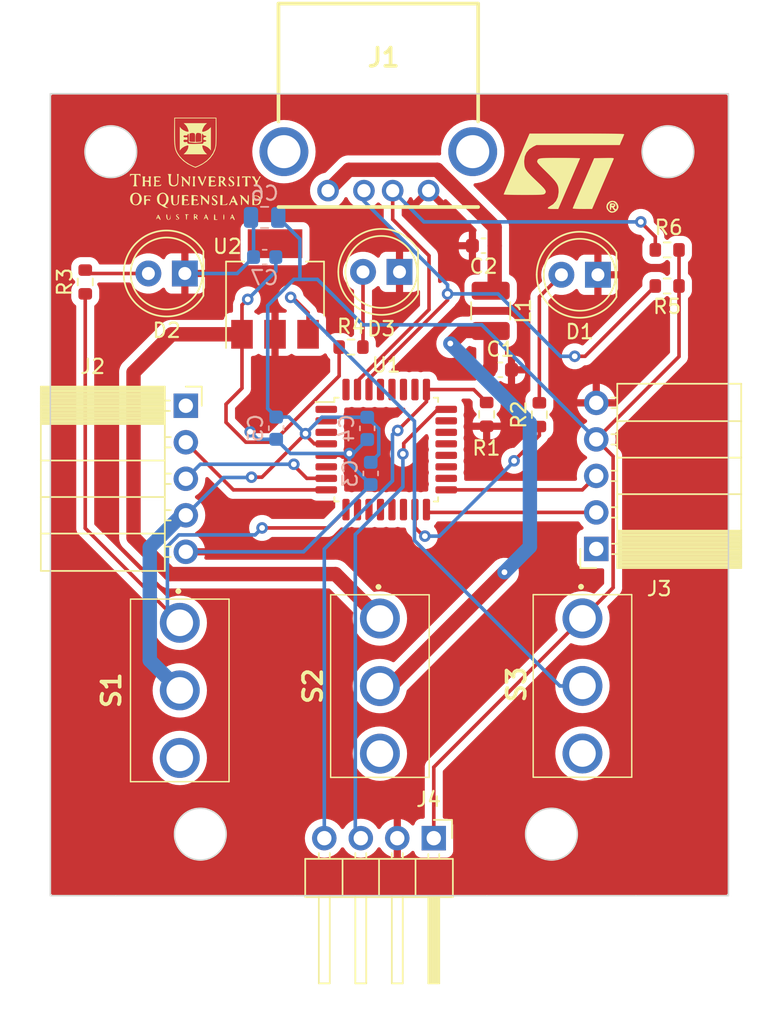
<source format=kicad_pcb>
(kicad_pcb (version 20221018) (generator pcbnew)
  (layers (0 "F.Cu" signal) (31 "B.Cu" signal) (34 "B.Paste" user) (35 "F.Paste" user) (36 "B.SilkS" user "B.Silkscreen") (37 "F.SilkS" user "F.Silkscreen") (38 "B.Mask" user) (39 "F.Mask" user) (44 "Edge.Cuts" user))
  (net 0 "")
  (net 1 "SWCLK{slash}BOOT0")
  (net 2 "GND")
  (net 3 "Net-(U1-PB0)")
  (net 4 "Net-(D1-A)")
  (net 5 "PUMP ON")
  (net 6 "Net-(D2-A)")
  (net 7 "Net-(U2-IN)")
  (net 8 "Net-(D3-A)")
  (net 9 "Net-(U2-OUT)")
  (net 13 "3V3")
  (net 15 "LEFT_POS_X")
  (net 16 "LEFT_POS_Y")
  (net 17 "RIGHT_POS_X")
  (net 18 "RIGHT_POS_Y")
  (net 30 "SWDIO")
  (net 35 "I2C_SCL")
  (net 36 "I2C_SDA")
  (net 38 "Vbus")
  (net 39 "+5V")
  (footprint "100SP1T1B4M2QE:100SP1T1B4M2QE" (layer "F.Cu") (at 150.76 91.99 -90)
    (fp_text reference "S1" (at -0.01 4.76 90) (layer "F.SilkS") (effects (font (size 1.27 1.27) (thickness 0.254))))
    (fp_text value "100SP1T1B4M2QE" hide)
    (pad "1" thru_hole circle (at -4.7 0 270) (size 2.775 2.775) (drill 1.85) (layers "*.Cu" "*.Mask") (net 5 "PUMP ON"))
    (pad "2" thru_hole circle (at 0 0 270) (size 2.775 2.775) (drill 1.85) (layers "*.Cu" "*.Mask") (net 13 "3V3"))
    (pad "3" thru_hole circle (at 4.7 0 270) (size 2.775 2.775) (drill 1.85) (layers "*.Cu" "*.Mask"))
  )
  (footprint "Package_TO_SOT_SMD:SOT-223" (layer "F.Cu") (at 157.39 64.07 90)
    (fp_text reference "U2" (at 2.96 -3.32 180) (layer "F.SilkS"))
    (fp_text value "R-78E5.0-1.0")
    (pad "1" smd rect (at -3.15 -2.3 90) (size 2 1.5) (layers "F.Cu" "F.Paste" "F.Mask") (net 7 "Net-(U2-IN)"))
    (pad "2" smd rect (at -3.15 0 90) (size 2 1.5) (layers "F.Cu" "F.Paste" "F.Mask") (net 2 "GND"))
    (pad "3" smd rect (at -3.15 2.3 90) (size 2 1.5) (layers "F.Cu" "F.Paste" "F.Mask") (net 9 "Net-(U2-OUT)"))
    (pad "4" smd rect (at 3.15 0 90) (size 2 3.8) (layers "F.Cu" "F.Paste" "F.Mask"))
  )
  (footprint "LED_THT:LED_D5.0mm" (layer "F.Cu") (at 151.115 62.99 180)
    (fp_text reference "D2" (at 1.27 -3.96) (layer "F.SilkS"))
    (fp_text value "PUMP ON")
    (pad "1" thru_hole rect (at 0 0 180) (size 1.8 1.8) (drill 0.9) (layers "*.Cu" "*.Mask") (net 2 "GND"))
    (pad "2" thru_hole circle (at 2.54 0 180) (size 1.8 1.8) (drill 0.9) (layers "*.Cu" "*.Mask") (net 6 "Net-(D2-A)"))
  )
  (footprint "Capacitor_SMD:C_0603_1608Metric" (layer "F.Cu") (at 171.905 61.06 180)
    (fp_text reference "C2" (at 0 -1.43) (layer "F.SilkS"))
    (fp_text value "100nF")
    (pad "1" smd roundrect (at -0.775 0 180) (size 0.9 0.95) (layers "F.Cu" "F.Paste" "F.Mask") (net 38 "Vbus"))
    (pad "2" smd roundrect (at 0.775 0 180) (size 0.9 0.95) (layers "F.Cu" "F.Paste" "F.Mask") (net 2 "GND"))
  )
  (footprint "Inductor_SMD:L_1210_3225Metric" (layer "F.Cu") (at 172.4 65.59 -90)
    (fp_text reference "L1" (at 0 -2.28 90) (layer "F.SilkS"))
    (fp_text value "100uH")
    (pad "1" smd roundrect (at -1.4 0 270) (size 1.25 2.65) (layers "F.Cu" "F.Paste" "F.Mask") (roundrect_rratio 0.2) (net 38 "Vbus"))
    (pad "2" smd roundrect (at 1.4 0 270) (size 1.25 2.65) (layers "F.Cu" "F.Paste" "F.Mask") (roundrect_rratio 0.2) (net 39 "+5V"))
  )
  (footprint "LOGO" (layer "F.Cu") (at 151.86 55.7)
    (fp_text reference "G***" hide)
    (fp_text value "LOGO" hide)
  )
  (footprint "61400416021:USB-2.0-TYPE-A" (layer "F.Cu") (at 164.58 44.2165 180)
    (fp_text reference "J1" (at -0.369 -3.754) (layer "F.SilkS") (effects (font (size 1.27 1.27) (thickness 0.254))))
    (fp_text value "USB_A" hide)
    (pad "1" thru_hole circle (at -3.5 -13.01 180) (size 1.5 1.5) (drill 0.92) (layers "*.Cu" "*.Mask") (net 2 "GND"))
    (pad "2" thru_hole circle (at -1 -13.01 180) (size 1.5 1.5) (drill 0.92) (layers "*.Cu" "*.Mask") (net 36 "I2C_SDA"))
    (pad "3" thru_hole circle (at 1 -13.01 180) (size 1.5 1.5) (drill 0.92) (layers "*.Cu" "*.Mask") (net 35 "I2C_SCL"))
    (pad "4" thru_hole circle (at 3.5 -13.01 180) (size 1.5 1.5) (drill 0.92) (layers "*.Cu" "*.Mask") (net 38 "Vbus"))
    (pad "5" thru_hole circle (at -6.57 -10.3 180) (size 3.4 3.4) (drill 2.3) (layers "*.Cu" "*.Mask"))
    (pad "6" thru_hole circle (at 6.57 -10.3 180) (size 3.4 3.4) (drill 2.3) (layers "*.Cu" "*.Mask"))
  )
  (footprint "LED_THT:LED_D5.0mm" (layer "F.Cu") (at 179.865 63.08 180)
    (fp_text reference "D1" (at 1.27 -3.96) (layer "F.SilkS"))
    (fp_text value "uC ON")
    (pad "1" thru_hole rect (at 0 0 180) (size 1.8 1.8) (drill 0.9) (layers "*.Cu" "*.Mask") (net 2 "GND"))
    (pad "2" thru_hole circle (at 2.54 0 180) (size 1.8 1.8) (drill 0.9) (layers "*.Cu" "*.Mask") (net 4 "Net-(D1-A)"))
  )
  (footprint "Resistor_SMD:R_0603_1608Metric" (layer "F.Cu") (at 144.18 63.58 90)
    (fp_text reference "R3" (at 0 -1.43 90) (layer "F.SilkS"))
    (fp_text value "200")
    (pad "1" smd roundrect (at -0.825 0 90) (size 0.8 0.95) (layers "F.Cu" "F.Paste" "F.Mask") (net 5 "PUMP ON"))
    (pad "2" smd roundrect (at 0.825 0 90) (size 0.8 0.95) (layers "F.Cu" "F.Paste" "F.Mask") (net 6 "Net-(D2-A)"))
  )
  (footprint "Resistor_SMD:R_0603_1608Metric" (layer "F.Cu") (at 172.12 72.79 -90)
    (fp_text reference "R1" (at 2.35 0.02 -180) (layer "F.SilkS"))
    (fp_text value "10k")
    (pad "1" smd roundrect (at -0.825 0 270) (size 0.8 0.95) (layers "F.Cu" "F.Paste" "F.Mask") (net 1 "SWCLK{slash}BOOT0"))
    (pad "2" smd roundrect (at 0.825 0 270) (size 0.8 0.95) (layers "F.Cu" "F.Paste" "F.Mask") (net 2 "GND"))
  )
  (footprint "Package_QFP:LQFP-32_7x7mm_P0.8mm" (layer "F.Cu") (at 165.13 75.24)
    (fp_text reference "U1" (at 0 -5.88) (layer "F.SilkS"))
    (fp_text value "STM32G030K6Tx")
    (pad "1" smd roundrect (at -4.175 -2.8) (size 1.5 0.5) (layers "F.Cu" "F.Paste" "F.Mask"))
    (pad "2" smd roundrect (at -4.175 -2) (size 1.5 0.5) (layers "F.Cu" "F.Paste" "F.Mask"))
    (pad "3" smd roundrect (at -4.175 -1.2) (size 1.5 0.5) (layers "F.Cu" "F.Paste" "F.Mask"))
    (pad "4" smd roundrect (at -4.175 -0.4) (size 1.5 0.5) (layers "F.Cu" "F.Paste" "F.Mask") (net 13 "3V3"))
    (pad "5" smd roundrect (at -4.175 0.4) (size 1.5 0.5) (layers "F.Cu" "F.Paste" "F.Mask") (net 2 "GND"))
    (pad "6" smd roundrect (at -4.175 1.2) (size 1.5 0.5) (layers "F.Cu" "F.Paste" "F.Mask"))
    (pad "7" smd roundrect (at -4.175 2) (size 1.5 0.5) (layers "F.Cu" "F.Paste" "F.Mask") (net 15 "LEFT_POS_X"))
    (pad "8" smd roundrect (at -4.175 2.8) (size 1.5 0.5) (layers "F.Cu" "F.Paste" "F.Mask") (net 16 "LEFT_POS_Y"))
    (pad "9" smd roundrect (at -2.8 4.175) (size 0.5 1.5) (layers "F.Cu" "F.Paste" "F.Mask") (net 5 "PUMP ON"))
    (pad "10" smd roundrect (at -2 4.175) (size 0.5 1.5) (layers "F.Cu" "F.Paste" "F.Mask"))
    (pad "11" smd roundrect (at -1.2 4.175) (size 0.5 1.5) (layers "F.Cu" "F.Paste" "F.Mask"))
    (pad "12" smd roundrect (at -0.4 4.175) (size 0.5 1.5) (layers "F.Cu" "F.Paste" "F.Mask"))
    (pad "13" smd roundrect (at 0.4 4.175) (size 0.5 1.5) (layers "F.Cu" "F.Paste" "F.Mask"))
    (pad "14" smd roundrect (at 1.2 4.175) (size 0.5 1.5) (layers "F.Cu" "F.Paste" "F.Mask"))
    (pad "15" smd roundrect (at 2 4.175) (size 0.5 1.5) (layers "F.Cu" "F.Paste" "F.Mask") (net 3 "Net-(U1-PB0)"))
    (pad "16" smd roundrect (at 2.8 4.175) (size 0.5 1.5) (layers "F.Cu" "F.Paste" "F.Mask") (net 18 "RIGHT_POS_Y"))
    (pad "17" smd roundrect (at 4.175 2.8) (size 1.5 0.5) (layers "F.Cu" "F.Paste" "F.Mask") (net 17 "RIGHT_POS_X"))
    (pad "18" smd roundrect (at 4.175 2) (size 1.5 0.5) (layers "F.Cu" "F.Paste" "F.Mask"))
    (pad "19" smd roundrect (at 4.175 1.2) (size 1.5 0.5) (layers "F.Cu" "F.Paste" "F.Mask"))
    (pad "20" smd roundrect (at 4.175 0.4) (size 1.5 0.5) (layers "F.Cu" "F.Paste" "F.Mask"))
    (pad "21" smd roundrect (at 4.175 -0.4) (size 1.5 0.5) (layers "F.Cu" "F.Paste" "F.Mask"))
    (pad "22" smd roundrect (at 4.175 -1.2) (size 1.5 0.5) (layers "F.Cu" "F.Paste" "F.Mask"))
    (pad "23" smd roundrect (at 4.175 -2) (size 1.5 0.5) (layers "F.Cu" "F.Paste" "F.Mask"))
    (pad "24" smd roundrect (at 4.175 -2.8) (size 1.5 0.5) (layers "F.Cu" "F.Paste" "F.Mask") (net 30 "SWDIO"))
    (pad "25" smd roundrect (at 2.8 -4.175) (size 0.5 1.5) (layers "F.Cu" "F.Paste" "F.Mask") (net 1 "SWCLK{slash}BOOT0"))
    (pad "26" smd roundrect (at 2 -4.175) (size 0.5 1.5) (layers "F.Cu" "F.Paste" "F.Mask"))
    (pad "27" smd roundrect (at 1.2 -4.175) (size 0.5 1.5) (layers "F.Cu" "F.Paste" "F.Mask"))
    (pad "28" smd roundrect (at 0.4 -4.175) (size 0.5 1.5) (layers "F.Cu" "F.Paste" "F.Mask"))
    (pad "29" smd roundrect (at -0.4 -4.175) (size 0.5 1.5) (layers "F.Cu" "F.Paste" "F.Mask"))
    (pad "30" smd roundrect (at -1.2 -4.175) (size 0.5 1.5) (layers "F.Cu" "F.Paste" "F.Mask") (net 35 "I2C_SCL"))
    (pad "31" smd roundrect (at -2 -4.175) (size 0.5 1.5) (layers "F.Cu" "F.Paste" "F.Mask") (net 36 "I2C_SDA"))
    (pad "32" smd roundrect (at -2.8 -4.175) (size 0.5 1.5) (layers "F.Cu" "F.Paste" "F.Mask"))
  )
  (footprint "Resistor_SMD:R_0603_1608Metric" (layer "F.Cu") (at 184.685 61.35 180)
    (fp_text reference "R6" (at -0.105 1.56) (layer "F.SilkS"))
    (fp_text value "10k")
    (pad "1" smd roundrect (at -0.825 0 180) (size 0.8 0.95) (layers "F.Cu" "F.Paste" "F.Mask") (net 13 "3V3"))
    (pad "2" smd roundrect (at 0.825 0 180) (size 0.8 0.95) (layers "F.Cu" "F.Paste" "F.Mask") (net 36 "I2C_SDA"))
  )
  (footprint "100SP1T1B4M2QE:100SP1T1B4M2QE" (layer "F.Cu") (at 178.79 91.68 -90)
    (fp_text reference "S3" (at -0.1 4.59 90) (layer "F.SilkS") (effects (font (size 1.27 1.27) (thickness 0.254))))
    (fp_text value "100SP1T1B4M2QE" hide)
    (pad "1" thru_hole circle (at -4.7 0 270) (size 2.775 2.775) (drill 1.85) (layers "*.Cu" "*.Mask") (net 13 "3V3"))
    (pad "2" thru_hole circle (at 0 0 270) (size 2.775 2.775) (drill 1.85) (layers "*.Cu" "*.Mask") (net 9 "Net-(U2-OUT)"))
    (pad "3" thru_hole circle (at 4.7 0 270) (size 2.775 2.775) (drill 1.85) (layers "*.Cu" "*.Mask"))
  )
  (footprint "Capacitor_SMD:C_0603_1608Metric" (layer "F.Cu") (at 173.075 69.69)
    (fp_text reference "C1" (at 0 -1.43) (layer "F.SilkS"))
    (fp_text value "100nF")
    (pad "1" smd roundrect (at -0.775 0) (size 0.9 0.95) (layers "F.Cu" "F.Paste" "F.Mask") (net 39 "+5V"))
    (pad "2" smd roundrect (at 0.775 0) (size 0.9 0.95) (layers "F.Cu" "F.Paste" "F.Mask") (net 2 "GND"))
  )
  (footprint "Connector_PinSocket_2.54mm:PinSocket_1x05_P2.54mm_Horizontal" (layer "F.Cu") (at 179.75 82.15 180)
    (fp_text reference "J3" (at -4.38 -2.77) (layer "F.SilkS"))
    (fp_text value "Screw_Terminal_01x05")
    (pad "1" thru_hole rect (at 0 0 180) (size 1.7 1.7) (drill 1) (layers "*.Cu" "*.Mask"))
    (pad "2" thru_hole oval (at 0 2.54 180) (size 1.7 1.7) (drill 1) (layers "*.Cu" "*.Mask") (net 18 "RIGHT_POS_Y"))
    (pad "3" thru_hole oval (at 0 5.08 180) (size 1.7 1.7) (drill 1) (layers "*.Cu" "*.Mask") (net 17 "RIGHT_POS_X"))
    (pad "4" thru_hole oval (at 0 7.62 180) (size 1.7 1.7) (drill 1) (layers "*.Cu" "*.Mask") (net 13 "3V3"))
    (pad "5" thru_hole oval (at 0 10.16 180) (size 1.7 1.7) (drill 1) (layers "*.Cu" "*.Mask") (net 2 "GND"))
  )
  (footprint "Resistor_SMD:R_0603_1608Metric" (layer "F.Cu") (at 162.68 68.11)
    (fp_text reference "R4" (at 0 -1.43) (layer "F.SilkS"))
    (fp_text value "200")
    (pad "1" smd roundrect (at -0.825 0) (size 0.8 0.95) (layers "F.Cu" "F.Paste" "F.Mask") (net 7 "Net-(U2-IN)"))
    (pad "2" smd roundrect (at 0.825 0) (size 0.8 0.95) (layers "F.Cu" "F.Paste" "F.Mask") (net 8 "Net-(D3-A)"))
  )
  (footprint "100SP1T1B4M2QE:100SP1T1B4M2QE" (layer "F.Cu") (at 164.69 91.69 -90)
    (fp_text reference "S2" (at 0 4.66 90) (layer "F.SilkS") (effects (font (size 1.27 1.27) (thickness 0.254))))
    (fp_text value "100SP1T1B4M2QE" hide)
    (pad "1" thru_hole circle (at -4.7 0 270) (size 2.775 2.775) (drill 1.85) (layers "*.Cu" "*.Mask") (net 7 "Net-(U2-IN)"))
    (pad "2" thru_hole circle (at 0 0 270) (size 2.775 2.775) (drill 1.85) (layers "*.Cu" "*.Mask") (net 39 "+5V"))
    (pad "3" thru_hole circle (at 4.7 0 270) (size 2.775 2.775) (drill 1.85) (layers "*.Cu" "*.Mask"))
  )
  (footprint "LED_THT:LED_D5.0mm" (layer "F.Cu") (at 166.055 62.88 180)
    (fp_text reference "D3" (at 1.27 -3.96) (layer "F.SilkS"))
    (fp_text value "Controller on")
    (pad "1" thru_hole rect (at 0 0 180) (size 1.8 1.8) (drill 0.9) (layers "*.Cu" "*.Mask") (net 2 "GND"))
    (pad "2" thru_hole circle (at 2.54 0 180) (size 1.8 1.8) (drill 0.9) (layers "*.Cu" "*.Mask") (net 8 "Net-(D3-A)"))
  )
  (footprint "Connector_PinHeader_2.54mm:PinHeader_1x04_P2.54mm_Horizontal" (layer "F.Cu") (at 168.44 102.27 -90)
    (fp_text reference "J4" (at -2.695 0.36 -180) (layer "F.SilkS"))
    (fp_text value "Screw_Terminal_01x04")
    (pad "1" thru_hole rect (at 0 0 270) (size 1.7 1.7) (drill 1) (layers "*.Cu" "*.Mask") (net 13 "3V3"))
    (pad "2" thru_hole oval (at 0 2.54 270) (size 1.7 1.7) (drill 1) (layers "*.Cu" "*.Mask") (net 2 "GND"))
    (pad "3" thru_hole oval (at 0 5.08 270) (size 1.7 1.7) (drill 1) (layers "*.Cu" "*.Mask") (net 30 "SWDIO"))
    (pad "4" thru_hole oval (at 0 7.62 270) (size 1.7 1.7) (drill 1) (layers "*.Cu" "*.Mask") (net 1 "SWCLK{slash}BOOT0"))
  )
  (footprint "Resistor_SMD:R_0603_1608Metric" (layer "F.Cu") (at 175.79 72.81 90)
    (fp_text reference "R2" (at 0 -1.43 90) (layer "F.SilkS"))
    (fp_text value "120")
    (pad "1" smd roundrect (at -0.825 0 90) (size 0.8 0.95) (layers "F.Cu" "F.Paste" "F.Mask") (net 3 "Net-(U1-PB0)"))
    (pad "2" smd roundrect (at 0.825 0 90) (size 0.8 0.95) (layers "F.Cu" "F.Paste" "F.Mask") (net 4 "Net-(D1-A)"))
  )
  (footprint "Connector_PinSocket_2.54mm:PinSocket_1x05_P2.54mm_Horizontal" (layer "F.Cu") (at 151.18 72.19)
    (fp_text reference "J2" (at -6.48 -2.73) (layer "F.SilkS"))
    (fp_text value "Screw_Terminal_01x05")
    (pad "1" thru_hole rect (at 0 0) (size 1.7 1.7) (drill 1) (layers "*.Cu" "*.Mask"))
    (pad "2" thru_hole oval (at 0 2.54) (size 1.7 1.7) (drill 1) (layers "*.Cu" "*.Mask") (net 16 "LEFT_POS_Y"))
    (pad "3" thru_hole oval (at 0 5.08) (size 1.7 1.7) (drill 1) (layers "*.Cu" "*.Mask") (net 15 "LEFT_POS_X"))
    (pad "4" thru_hole oval (at 0 7.62) (size 1.7 1.7) (drill 1) (layers "*.Cu" "*.Mask") (net 13 "3V3"))
    (pad "5" thru_hole oval (at 0 10.16) (size 1.7 1.7) (drill 1) (layers "*.Cu" "*.Mask") (net 2 "GND"))
  )
  (footprint "Resistor_SMD:R_0603_1608Metric" (layer "F.Cu") (at 184.685 63.86 180)
    (fp_text reference "R5" (at 0 -1.43) (layer "F.SilkS"))
    (fp_text value "10k")
    (pad "1" smd roundrect (at -0.825 0 180) (size 0.8 0.95) (layers "F.Cu" "F.Paste" "F.Mask") (net 13 "3V3"))
    (pad "2" smd roundrect (at 0.825 0 180) (size 0.8 0.95) (layers "F.Cu" "F.Paste" "F.Mask") (net 35 "I2C_SCL"))
  )
  (footprint "LOGO" (layer "F.Cu") (at 177.484018 55.880501)
    (fp_text reference "G***" hide)
    (fp_text value "LOGO" hide)
  )
  (footprint "Capacitor_SMD:C_0603_1608Metric" (layer "B.Cu") (at 156.67 61.85 180)
    (fp_text reference "C7" (at 0.02 -1.44) (layer "B.SilkS") (effects (justify mirror)))
    (fp_text value "0.47uF")
    (pad "1" smd roundrect (at -0.775 0 180) (size 0.9 0.95) (layers "B.Cu" "B.Paste" "B.Mask") (net 7 "Net-(U2-IN)"))
    (pad "2" smd roundrect (at 0.775 0 180) (size 0.9 0.95) (layers "B.Cu" "B.Paste" "B.Mask") (net 2 "GND"))
  )
  (footprint "Capacitor_SMD:C_0603_1608Metric" (layer "B.Cu") (at 164.05 76.9 -90)
    (fp_text reference "C3" (at 0 1.43 90) (layer "B.SilkS") (effects (justify mirror)))
    (fp_text value "100nF")
    (pad "1" smd roundrect (at -0.775 0 270) (size 0.9 0.95) (layers "B.Cu" "B.Paste" "B.Mask") (net 13 "3V3"))
    (pad "2" smd roundrect (at 0.775 0 270) (size 0.9 0.95) (layers "B.Cu" "B.Paste" "B.Mask") (net 2 "GND"))
  )
  (footprint "Capacitor_SMD:C_0603_1608Metric" (layer "B.Cu") (at 157.47 73.75 -90)
    (fp_text reference "C5" (at 0 1.43 90) (layer "B.SilkS") (effects (justify mirror)))
    (fp_text value "100nF")
    (pad "1" smd roundrect (at -0.775 0 270) (size 0.9 0.95) (layers "B.Cu" "B.Paste" "B.Mask") (net 13 "3V3"))
    (pad "2" smd roundrect (at 0.775 0 270) (size 0.9 0.95) (layers "B.Cu" "B.Paste" "B.Mask") (net 2 "GND"))
  )
  (footprint "Capacitor_SMD:C_0805_2012Metric" (layer "B.Cu") (at 156.665 59.09 180)
    (fp_text reference "C6" (at 0 1.68) (layer "B.SilkS") (effects (justify mirror)))
    (fp_text value "22uF")
    (pad "1" smd roundrect (at -0.95 0 180) (size 1 1.45) (layers "B.Cu" "B.Paste" "B.Mask") (net 13 "3V3"))
    (pad "2" smd roundrect (at 0.95 0 180) (size 1 1.45) (layers "B.Cu" "B.Paste" "B.Mask") (net 2 "GND"))
  )
  (footprint "Capacitor_SMD:C_0603_1608Metric" (layer "B.Cu") (at 163.81 73.765 -90)
    (fp_text reference "C4" (at 0 1.43 90) (layer "B.SilkS") (effects (justify mirror)))
    (fp_text value "100nF")
    (pad "1" smd roundrect (at -0.775 0 270) (size 0.9 0.95) (layers "B.Cu" "B.Paste" "B.Mask") (net 13 "3V3"))
    (pad "2" smd roundrect (at 0.775 0 270) (size 0.9 0.95) (layers "B.Cu" "B.Paste" "B.Mask") (net 2 "GND"))
  )
  (gr_circle (center 152.19 101.99) (end 152.19 103.79) (stroke (width 0.1)) (fill none) (layer "Edge.Cuts"))
  (gr_line (start 172.13 106.27) (end 182.52 106.27) (stroke (width 0.1)) (layer "Edge.Cuts"))
  (gr_line (start 172.13 106.27) (end 158.79 106.27) (stroke (width 0.1)) (layer "Edge.Cuts"))
  (gr_line (start 182.52 106.27) (end 188.95 106.27) (stroke (width 0.1)) (layer "Edge.Cuts"))
  (gr_line (start 141.75 50.49) (end 141.75 106.27) (stroke (width 0.1)) (layer "Edge.Cuts"))
  (gr_circle (center 145.96 54.52) (end 145.96 56.32) (stroke (width 0.1)) (fill none) (layer "Edge.Cuts"))
  (gr_line (start 157.99 50.49) (end 141.75 50.49) (stroke (width 0.1)) (layer "Edge.Cuts"))
  (gr_line (start 146.3 106.27) (end 141.75 106.27) (stroke (width 0.1)) (layer "Edge.Cuts"))
  (gr_line (start 188.33 50.49) (end 188.95 50.49) (stroke (width 0.1)) (layer "Edge.Cuts"))
  (gr_circle (center 184.74 54.52) (end 186.54 54.52) (stroke (width 0.1)) (fill none) (layer "Edge.Cuts"))
  (gr_line (start 188.95 50.49) (end 188.95 106.27) (stroke (width 0.1)) (layer "Edge.Cuts"))
  (gr_line (start 158.79 106.27) (end 146.3 106.27) (stroke (width 0.1)) (layer "Edge.Cuts"))
  (gr_line (start 157.99 50.49) (end 188.33 50.49) (stroke (width 0.1)) (layer "Edge.Cuts"))
  (gr_circle (center 176.63 101.99) (end 178.43 101.99) (stroke (width 0.1)) (fill none) (layer "Edge.Cuts"))
  (segment (start 171.22 71.065) (end 172.12 71.965) (width 0.25) (layer "F.Cu") (net 1))
  (segment (start 167.93 71.065) (end 171.22 71.065) (width 0.25) (layer "F.Cu") (net 1))
  (segment (start 167.93 71.91) (end 167.93 71.065) (width 0.25) (layer "F.Cu") (net 1))
  (segment (start 165.93 73.91) (end 167.93 71.91) (width 0.25) (layer "F.Cu") (net 1))
  (via (at 165.93 73.91) (size 0.8) (drill 0.4) (layers "F.Cu" "B.Cu") (net 1))
  (segment (start 160.82 82.157817) (end 165.565 77.412817) (width 0.25) (layer "B.Cu") (net 1))
  (segment (start 165.565 74.195) (end 165.84 73.92) (width 0.25) (layer "B.Cu") (net 1))
  (segment (start 160.82 102.27) (end 160.82 82.157817) (width 0.25) (layer "B.Cu") (net 1))
  (segment (start 165.565 77.412817) (end 165.565 74.195) (width 0.25) (layer "B.Cu") (net 1))
  (segment (start 162.45 75.64) (end 162.56 75.53) (width 0.25) (layer "F.Cu") (net 2))
  (segment (start 157.39 67.22) (end 157.39 72.33) (width 0.25) (layer "F.Cu") (net 2))
  (segment (start 160.955 75.64) (end 162.45 75.64) (width 0.25) (layer "F.Cu") (net 2))
  (segment (start 157.39 72.33) (end 155.67 74.05) (width 0.25) (layer "F.Cu") (net 2))
  (via (at 162.56 75.51) (size 0.8) (drill 0.4) (layers "F.Cu" "B.Cu") (net 2))
  (via (at 155.66 74) (size 0.8) (drill 0.4) (layers "F.Cu" "B.Cu") (net 2))
  (segment (start 162.56 75.51) (end 162.84 75.51) (width 0.25) (layer "B.Cu") (net 2))
  (segment (start 162.56 75.51) (end 162.56 76.185) (width 0.25) (layer "B.Cu") (net 2))
  (segment (start 157.47 74.525) (end 158.455 75.51) (width 0.25) (layer "B.Cu") (net 2))
  (segment (start 159.375 82.35) (end 164.05 77.675) (width 0.25) (layer "B.Cu") (net 2))
  (segment (start 162.84 75.51) (end 163.81 74.54) (width 0.25) (layer "B.Cu") (net 2))
  (segment (start 155.895 61.85) (end 154.755 62.99) (width 0.25) (layer "B.Cu") (net 2))
  (segment (start 155.895 61.85) (end 155.895 59.27) (width 0.25) (layer "B.Cu") (net 2))
  (segment (start 162.56 76.185) (end 164.05 77.675) (width 0.25) (layer "B.Cu") (net 2))
  (segment (start 156.185 74.525) (end 157.47 74.525) (width 0.25) (layer "B.Cu") (net 2))
  (segment (start 154.755 62.99) (end 151.115 62.99) (width 0.25) (layer "B.Cu") (net 2))
  (segment (start 155.895 59.27) (end 155.715 59.09) (width 0.25) (layer "B.Cu") (net 2))
  (segment (start 155.66 74) (end 156.185 74.525) (width 0.25) (layer "B.Cu") (net 2))
  (segment (start 151.18 82.35) (end 159.375 82.35) (width 0.25) (layer "B.Cu") (net 2))
  (segment (start 158.455 75.51) (end 162.56 75.51) (width 0.25) (layer "B.Cu") (net 2))
  (segment (start 175.79 74.26) (end 175.79 73.635) (width 0.25) (layer "F.Cu") (net 3))
  (segment (start 174.03 76.02) (end 175.79 74.26) (width 0.25) (layer "F.Cu") (net 3))
  (segment (start 167.13 79.415) (end 167.13 80.66) (width 0.25) (layer "F.Cu") (net 3))
  (segment (start 167.13 80.66) (end 167.78 81.31) (width 0.25) (layer "F.Cu") (net 3))
  (via (at 167.82 81.26) (size 0.8) (drill 0.4) (layers "F.Cu" "B.Cu") (net 3))
  (via (at 174.03 76.02) (size 0.8) (drill 0.4) (layers "F.Cu" "B.Cu") (net 3))
  (segment (start 168.83 81.26) (end 174.03 76.06) (width 0.25) (layer "B.Cu") (net 3))
  (segment (start 167.82 81.26) (end 168.83 81.26) (width 0.25) (layer "B.Cu") (net 3))
  (segment (start 175.79 71.985) (end 175.79 64.615) (width 0.25) (layer "F.Cu") (net 4))
  (segment (start 175.79 64.615) (end 177.325 63.08) (width 0.25) (layer "F.Cu") (net 4))
  (segment (start 144.18 64.405) (end 144.18 80.71) (width 0.25) (layer "F.Cu") (net 5))
  (segment (start 144.18 80.71) (end 150.76 87.29) (width 0.25) (layer "F.Cu") (net 5))
  (segment (start 161.055 80.69) (end 162.33 79.415) (width 0.25) (layer "F.Cu") (net 5))
  (segment (start 156.49 80.69) (end 161.055 80.69) (width 0.25) (layer "F.Cu") (net 5))
  (via (at 156.49 80.69) (size 0.8) (drill 0.4) (layers "F.Cu" "B.Cu") (net 5))
  (segment (start 156.005 81.175) (end 150.693299 81.175) (width 0.25) (layer "B.Cu") (net 5))
  (segment (start 149.9 86.43) (end 150.76 87.29) (width 0.25) (layer "B.Cu") (net 5))
  (segment (start 149.9 81.968299) (end 149.9 86.43) (width 0.25) (layer "B.Cu") (net 5))
  (segment (start 150.693299 81.175) (end 149.9 81.968299) (width 0.25) (layer "B.Cu") (net 5))
  (segment (start 156.49 80.69) (end 156.005 81.175) (width 0.25) (layer "B.Cu") (net 5))
  (segment (start 144.415 62.99) (end 148.575 62.99) (width 0.25) (layer "F.Cu") (net 6))
  (segment (start 144.18 62.755) (end 144.415 62.99) (width 0.25) (layer "F.Cu") (net 6))
  (segment (start 161.855 70.118604) (end 157.246802 74.726802) (width 0.25) (layer "F.Cu") (net 7))
  (segment (start 157.246802 74.726802) (end 155.361497 74.726802) (width 0.25) (layer "F.Cu") (net 7))
  (segment (start 147.54 69.87) (end 150.19 67.22) (width 1) (layer "F.Cu") (net 7))
  (segment (start 150.08 83.9) (end 147.54 81.36) (width 1) (layer "F.Cu") (net 7))
  (segment (start 153.98 73.345305) (end 153.98 72.08) (width 0.25) (layer "F.Cu") (net 7))
  (segment (start 155.09 65.18) (end 155.48 64.79) (width 0.25) (layer "F.Cu") (net 7))
  (segment (start 147.54 81.36) (end 147.54 69.87) (width 1) (layer "F.Cu") (net 7))
  (segment (start 153.98 72.08) (end 155.09 70.97) (width 0.25) (layer "F.Cu") (net 7))
  (segment (start 155.09 70.97) (end 155.09 67.22) (width 0.25) (layer "F.Cu") (net 7))
  (segment (start 155.361497 74.726802) (end 153.98 73.345305) (width 0.25) (layer "F.Cu") (net 7))
  (segment (start 155.09 67.22) (end 155.09 65.18) (width 0.25) (layer "F.Cu") (net 7))
  (segment (start 150.19 67.22) (end 155.09 67.22) (width 1) (layer "F.Cu") (net 7))
  (segment (start 150.08 83.9) (end 161.6 83.9) (width 1) (layer "F.Cu") (net 7))
  (segment (start 161.6 83.9) (end 164.69 86.99) (width 1) (layer "F.Cu") (net 7))
  (segment (start 161.855 68.11) (end 161.855 70.118604) (width 0.25) (layer "F.Cu") (net 7))
  (via (at 155.49 64.79) (size 0.8) (drill 0.4) (layers "F.Cu" "B.Cu") (net 7))
  (segment (start 157.445 62.835) (end 157.445 61.85) (width 0.25) (layer "B.Cu") (net 7))
  (segment (start 155.49 64.79) (end 157.445 62.835) (width 0.25) (layer "B.Cu") (net 7))
  (segment (start 163.515 68.1) (end 163.515 62.88) (width 0.25) (layer "F.Cu") (net 8))
  (segment (start 163.505 68.11) (end 163.515 68.1) (width 0.25) (layer "F.Cu") (net 8))
  (segment (start 159.69 67.22) (end 159.69 65.72) (width 0.25) (layer "F.Cu") (net 9))
  (segment (start 159.69 65.72) (end 158.58 64.61) (width 0.25) (layer "F.Cu") (net 9))
  (via (at 158.48 64.65) (size 0.8) (drill 0.4) (layers "F.Cu" "B.Cu") (net 9))
  (segment (start 167.095 81.560305) (end 177.214695 91.68) (width 0.25) (layer "B.Cu") (net 9))
  (segment (start 167.095 73.265) (end 167.095 81.560305) (width 0.25) (layer "B.Cu") (net 9))
  (segment (start 177.214695 91.68) (end 178.79 91.68) (width 0.25) (layer "B.Cu") (net 9))
  (segment (start 158.48 64.65) (end 167.095 73.265) (width 0.25) (layer "B.Cu") (net 9))
  (segment (start 155.75 77.16) (end 156.48 77.16) (width 0.25) (layer "F.Cu") (net 13))
  (segment (start 160.13 74.84) (end 159.46 74.17) (width 0.25) (layer "F.Cu") (net 13))
  (segment (start 160.955 74.84) (end 160.13 74.84) (width 0.25) (layer "F.Cu") (net 13))
  (segment (start 185.51 63.86) (end 185.51 68.77) (width 0.25) (layer "F.Cu") (net 13))
  (segment (start 178.79 86.98) (end 180.925 84.845) (width 0.25) (layer "F.Cu") (net 13))
  (segment (start 180.925 75.705) (end 179.75 74.53) (width 0.25) (layer "F.Cu") (net 13))
  (segment (start 168.44 97.33) (end 178.79 86.98) (width 0.25) (layer "F.Cu") (net 13))
  (segment (start 151.06 91.69) (end 150.76 91.99) (width 1) (layer "F.Cu") (net 13))
  (segment (start 168.44 102.27) (end 168.44 97.33) (width 0.25) (layer "F.Cu") (net 13))
  (segment (start 156.48 77.16) (end 159.51 74.13) (width 0.25) (layer "F.Cu") (net 13))
  (segment (start 185.51 63.86) (end 185.51 61.35) (width 0.25) (layer "F.Cu") (net 13))
  (segment (start 180.925 84.845) (end 180.925 75.705) (width 0.25) (layer "F.Cu") (net 13))
  (segment (start 185.51 68.77) (end 179.75 74.53) (width 0.25) (layer "F.Cu") (net 13))
  (via (at 155.75 77.16) (size 0.8) (drill 0.4) (layers "F.Cu" "B.Cu") (net 13))
  (via (at 159.51 74.13) (size 0.8) (drill 0.4) (layers "F.Cu" "B.Cu") (net 13))
  (segment (start 159.51 74.13) (end 158.355 72.975) (width 0.25) (layer "B.Cu") (net 13))
  (segment (start 158.704695 63.4) (end 159.12 63.4) (width 0.25) (layer "B.Cu") (net 13))
  (segment (start 150.76 91.99) (end 148.6725 89.9025) (width 1) (layer "B.Cu") (net 13))
  (segment (start 164.61 73.79) (end 163.81 72.99) (width 0.25) (layer "B.Cu") (net 13))
  (segment (start 157.615 59.09) (end 159.12 60.595) (width 0.25) (layer "B.Cu") (net 13))
  (segment (start 160.65 72.99) (end 163.81 72.99) (width 0.25) (layer "B.Cu") (net 13))
  (segment (start 164.05 76.125) (end 164.61 75.565) (width 0.25) (layer "B.Cu") (net 13))
  (segment (start 158.355 72.975) (end 157.47 72.975) (width 0.25) (layer "B.Cu") (net 13))
  (segment (start 171.78 66.56) (end 179.75 74.53) (width 0.25) (layer "B.Cu") (net 13))
  (segment (start 150.891573 79.81) (end 151.18 79.81) (width 1) (layer "B.Cu") (net 13))
  (segment (start 159.51 74.13) (end 160.65 72.99) (width 0.25) (layer "B.Cu") (net 13))
  (segment (start 156.88 72.385) (end 157.47 72.975) (width 0.25) (layer "B.Cu") (net 13))
  (segment (start 159.12 63.4) (end 160.34 63.4) (width 0.25) (layer "B.Cu") (net 13))
  (segment (start 151.18 79.81) (end 153.81 77.18) (width 0.25) (layer "B.Cu") (net 13))
  (segment (start 156.88 72.385) (end 156.88 65.224695) (width 0.25) (layer "B.Cu") (net 13))
  (segment (start 148.6725 82.029073) (end 150.891573 79.81) (width 1) (layer "B.Cu") (net 13))
  (segment (start 163.5 66.56) (end 171.78 66.56) (width 0.25) (layer "B.Cu") (net 13))
  (segment (start 159.12 60.595) (end 159.12 63.4) (width 0.25) (layer "B.Cu") (net 13))
  (segment (start 164.61 75.565) (end 164.61 73.79) (width 0.25) (layer "B.Cu") (net 13))
  (segment (start 156.88 65.224695) (end 158.704695 63.4) (width 0.25) (layer "B.Cu") (net 13))
  (segment (start 153.81 77.18) (end 155.81 77.18) (width 0.25) (layer "B.Cu") (net 13))
  (segment (start 148.6725 89.9025) (end 148.6725 82.029073) (width 1) (layer "B.Cu") (net 13))
  (segment (start 163.5 66.56) (end 160.34 63.4) (width 0.25) (layer "B.Cu") (net 13))
  (segment (start 160.955 77.24) (end 159.6 77.24) (width 0.25) (layer "F.Cu") (net 15))
  (segment (start 159.6 77.24) (end 158.68 76.32) (width 0.25) (layer "F.Cu") (net 15))
  (via (at 158.7 76.26) (size 0.8) (drill 0.4) (layers "F.Cu" "B.Cu") (net 15))
  (segment (start 152.19 76.26) (end 151.18 77.27) (width 0.25) (layer "B.Cu") (net 15))
  (segment (start 158.7 76.26) (end 152.19 76.26) (width 0.25) (layer "B.Cu") (net 15))
  (segment (start 151.18 74.73) (end 154.49 78.04) (width 0.25) (layer "F.Cu") (net 16))
  (segment (start 154.49 78.04) (end 160.955 78.04) (width 0.25) (layer "F.Cu") (net 16))
  (segment (start 178.78 78.04) (end 179.75 77.07) (width 0.25) (layer "F.Cu") (net 17))
  (segment (start 169.305 78.04) (end 178.78 78.04) (width 0.25) (layer "F.Cu") (net 17))
  (segment (start 167.93 79.415) (end 168.125 79.61) (width 0.25) (layer "F.Cu") (net 18))
  (segment (start 168.125 79.61) (end 179.75 79.61) (width 0.25) (layer "F.Cu") (net 18))
  (segment (start 169.305 72.44) (end 168.718604 72.44) (width 0.25) (layer "F.Cu") (net 30))
  (segment (start 168.718604 72.44) (end 166.35 74.808604) (width 0.25) (layer "F.Cu") (net 30))
  (segment (start 166.35 74.808604) (end 166.35 75.51) (width 0.25) (layer "F.Cu") (net 30))
  (via (at 166.29 75.54) (size 0.8) (drill 0.4) (layers "F.Cu" "B.Cu") (net 30))
  (segment (start 166.29 75.54) (end 166.29 77.835) (width 0.25) (layer "B.Cu") (net 30))
  (segment (start 166.29 77.835) (end 162.9775 81.1475) (width 0.25) (layer "B.Cu") (net 30))
  (segment (start 162.9775 81.1475) (end 162.9775 101.8875) (width 0.25) (layer "B.Cu") (net 30))
  (segment (start 162.9775 101.8875) (end 163.36 102.27) (width 0.25) (layer "B.Cu") (net 30))
  (segment (start 178.97 68.75) (end 178.29 68.75) (width 0.25) (layer "F.Cu") (net 35))
  (segment (start 183.86 63.86) (end 178.97 68.75) (width 0.25) (layer "F.Cu") (net 35))
  (segment (start 163.93 71.065) (end 163.93 70.315) (width 0.25) (layer "F.Cu") (net 35))
  (segment (start 163.93 70.315) (end 169.4 64.845) (width 0.25) (layer "F.Cu") (net 35))
  (segment (start 169.4 64.845) (end 169.4 64.41) (width 0.25) (layer "F.Cu") (net 35))
  (via (at 178.25 68.75) (size 0.8) (drill 0.4) (layers "F.Cu" "B.Cu") (net 35))
  (via (at 169.4 64.41) (size 0.8) (drill 0.4) (layers "F.Cu" "B.Cu") (net 35))
  (segment (start 163.58 57.955) (end 163.58 57.2265) (width 0.25) (layer "B.Cu") (net 35))
  (segment (start 169.4 64.41) (end 169.4 63.775) (width 0.25) (layer "B.Cu") (net 35))
  (segment (start 169.4 63.775) (end 163.58 57.955) (width 0.25) (layer "B.Cu") (net 35))
  (segment (start 172.91 64.41) (end 169.4 64.41) (width 0.25) (layer "B.Cu") (net 35))
  (segment (start 178.25 68.75) (end 177.25 68.75) (width 0.25) (layer "B.Cu") (net 35))
  (segment (start 177.25 68.75) (end 172.91 64.41) (width 0.25) (layer "B.Cu") (net 35))
  (segment (start 165.58 59.2265) (end 165.58 57.2265) (width 0.25) (layer "F.Cu") (net 36))
  (segment (start 168.11 65.498604) (end 163.13 70.478604) (width 0.25) (layer "F.Cu") (net 36))
  (segment (start 168.11 61.7565) (end 165.58 59.2265) (width 0.25) (layer "F.Cu") (net 36))
  (segment (start 163.13 70.478604) (end 163.13 71.065) (width 0.25) (layer "F.Cu") (net 36))
  (segment (start 183.86 60.43) (end 182.82 59.39) (width 0.25) (layer "F.Cu") (net 36))
  (segment (start 168.11 61.7565) (end 168.11 65.498604) (width 0.25) (layer "F.Cu") (net 36))
  (segment (start 183.86 61.35) (end 183.86 60.43) (width 0.25) (layer "F.Cu") (net 36))
  (via (at 182.85 59.4) (size 0.8) (drill 0.4) (layers "F.Cu" "B.Cu") (net 36))
  (segment (start 167.7535 59.4) (end 165.58 57.2265) (width 0.25) (layer "B.Cu") (net 36))
  (segment (start 182.85 59.4) (end 167.7535 59.4) (width 0.25) (layer "B.Cu") (net 36))
  (segment (start 172.68 59.77589) (end 168.68061 55.7765) (width 1) (layer "F.Cu") (net 38))
  (segment (start 172.68 61.06) (end 172.68 63.91) (width 1) (layer "F.Cu") (net 38))
  (segment (start 172.68 61.06) (end 172.68 59.77589) (width 1) (layer "F.Cu") (net 38))
  (segment (start 162.53 55.7765) (end 161.08 57.2265) (width 1) (layer "F.Cu") (net 38))
  (segment (start 172.68 63.91) (end 172.4 64.19) (width 0.25) (layer "F.Cu") (net 38))
  (segment (start 168.68061 55.7765) (end 162.53 55.7765) (width 1) (layer "F.Cu") (net 38))
  (segment (start 165.44 91.69) (end 164.69 91.69) (width 1) (layer "F.Cu") (net 39))
  (segment (start 170.5 66.99) (end 169.62 67.87) (width 1) (layer "F.Cu") (net 39))
  (segment (start 172.4 69.59) (end 172.3 69.69) (width 0.25) (layer "F.Cu") (net 39))
  (segment (start 172.4 66.99) (end 172.4 69.59) (width 1) (layer "F.Cu") (net 39))
  (segment (start 173.36 83.77) (end 165.44 91.69) (width 1) (layer "F.Cu") (net 39))
  (segment (start 172.4 66.99) (end 170.5 66.99) (width 1) (layer "F.Cu") (net 39))
  (via (at 169.59 67.86) (size 0.8) (drill 0.4) (layers "F.Cu" "B.Cu") (net 39))
  (via (at 173.36 83.77) (size 0.8) (drill 0.4) (layers "F.Cu" "B.Cu") (net 39))
  (segment (start 175.13 82) (end 175.13 73.4) (width 1) (layer "B.Cu") (net 39))
  (segment (start 175.13 73.4) (end 169.59 67.86) (width 1) (layer "B.Cu") (net 39))
  (segment (start 173.36 83.77) (end 175.13 82) (width 1) (layer "B.Cu") (net 39))
  (zone (net 2) (net_name "GND") (layer "F.Cu") (connect_pads (clearance 0.5)) (min_thickness 0.25) (fill yes (thermal_gap 0.5) (thermal_bridge_width 0.5))
    (polygon (pts (xy 141.8 50.54) (xy 188.9 50.54) (xy 188.9 106.22) (xy 141.8 106.22)))
  )
)
</source>
